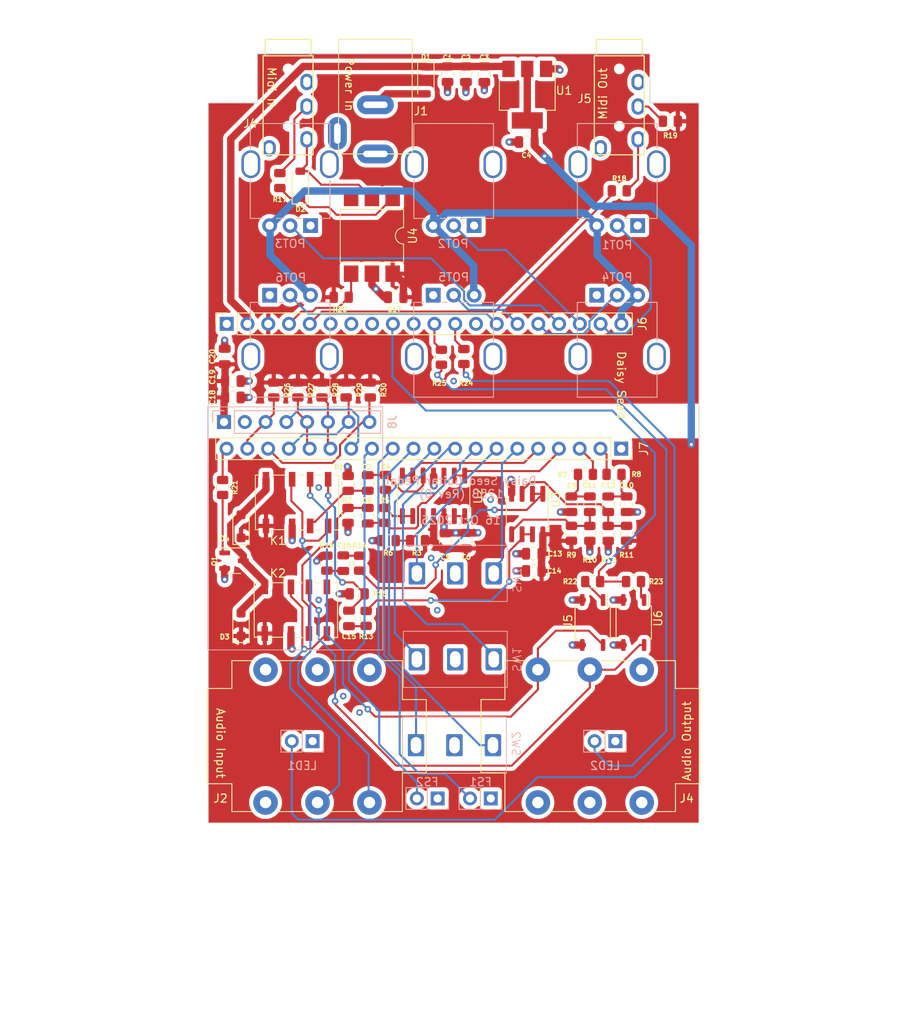
<source format=kicad_pcb>
(kicad_pcb (version 20241229) (generator "pcbnew") (generator_version "9.0")
  (layers (0 "F.Cu" signal) (4 "In1.Cu" signal) (6 "In2.Cu" signal) (2 "B.Cu" signal) (13 "F.Paste" user) (15 "B.Paste" user) (5 "F.SilkS" user "F.Silkscreen") (7 "B.SilkS" user "B.Silkscreen") (1 "F.Mask" user) (3 "B.Mask" user) (25 "Edge.Cuts" user))
  (net 0 "")
  (net 2 "GND")
  (net 3 "AUDIO_OUT_JACK_RIGHT")
  (net 4 "POWER_JACK_PWR")
  (net 5 "POT_3")
  (net 6 "POT_2")
  (net 7 "POT_1")
  (net 8 "LEVER_2_RIGHT")
  (net 9 "LEVER_2_LEFT")
  (net 11 "POT_4")
  (net 12 "POT_5")
  (net 13 "POT_6")
  (net 16 "Net-(C16-Pad1)")
  (net 17 "MIDI_OUT_JACK_PIN5")
  (net 18 "MIDI_OUT_JACK_PIN4")
  (net 19 "MIDI_OUT")
  (net 20 "MIDI_IN_JACK_PIN5")
  (net 21 "MIDI_IN_JACK_PIN4")
  (net 22 "MIDI_IN")
  (net 23 "LED_2")
  (net 24 "LED_1")
  (net 25 "FOOT_SWITCH_2")
  (net 26 "FOOT_SWITCH_1")
  (net 27 "DISABLE_AUDIO_BYPASS")
  (net 28 "BYPASS_RIGHT_SEND")
  (net 29 "BYPASS_RIGHT_RETURN")
  (net 30 "BYPASS_LEFT_SEND")
  (net 31 "BYPASS_LEFT_RETURN")
  (net 32 "ENABLE_AUDIO_MUTE")
  (net 33 "AUDIO_OUT_BUFFER_RIGHT")
  (net 34 "AUDIO_OUT_BUFFER_LEFT")
  (net 35 "AUDIO_IN_JACK_RIGHT")
  (net 36 "AUDIO_IN_JACK_LEFT")
  (net 37 "AUDIO_IN_BUFFER_RIGHT")
  (net 38 "AUDIO_IN_BUFFER_LEFT")
  (net 39 "/Audio Input Buffer/V_AUDIOBIAS")
  (net 40 "+9V")
  (net 41 "+5V")
  (net 42 "+3.3VA")
  (net 43 "+3.3V")
  (net 46 "AUDIO_OUT_JACK_LEFT")
  (net 47 "Net-(D2-K)")
  (net 48 "Net-(D3-A)")
  (net 49 "Net-(LED1-A)")
  (net 50 "Net-(LED2-A)")
  (net 51 "Net-(Q1-B)")
  (net 52 "Net-(U3A-+)")
  (net 53 "Net-(U3B--)")
  (net 54 "Net-(C15-Pad1)")
  (net 55 "Net-(C11-Pad2)")
  (net 56 "Net-(U2D-+)")
  (net 57 "Net-(U2C-+)")
  (net 58 "Net-(C10-Pad1)")
  (net 59 "Net-(U3B-+)")
  (net 61 "Net-(U2A-+)")
  (net 62 "Net-(U3A--)")
  (net 63 "Net-(R22-Pad2)")
  (net 64 "Net-(R23-Pad2)")
  (net 65 "Net-(U2B--)")
  (net 67 "LEVER_1_LEFT")
  (net 68 "LEVER_1_RIGHT")
  (net 69 "SD_D0")
  (net 70 "SD_D2")
  (net 71 "SD_D1")
  (net 72 "SD_D3")
  (net 73 "SD_CMD")
  (net 74 "SD_CLK")
  (net 75 "LEVER_3_RIGHT")
  (net 76 "LEVER_3_LEFT")
  (footprint "GuitarPedal125B:SOP-6_2.54mm" (layer "F.Cu") (at 132 63.25 -90)
    (property "Reference" "U4")
    (property "Value" "H11L1")
  )
  (footprint "Resistor_SMD:R_0805_2012Metric" (layer "F.Cu") (at 131.8 82.0875 -90)
    (property "Reference" "R30")
    (property "Value" "47K")
  )
  (footprint "Resistor_SMD:R_0805_2012Metric" (layer "F.Cu") (at 120 82.0875 -90)
    (property "Reference" "R26")
    (property "Value" "47K")
  )
  (footprint "Resistor_SMD:R_0805_2012Metric" (layer "F.Cu") (at 128.25 70.75)
    (property "Reference" "R20")
    (property "Value" "470R")
  )
  (footprint "GuitarPedal125B:PinSocket1x20_P2.54mm_Vertical_JLCPCB" (layer "F.Cu") (at 138.36 89.26 180)
    (property "Reference" "J7")
    (property "Value" "Conn_01x20_Socket")
  )
  (footprint "Resistor_SMD:R_0805_2012Metric" (layer "F.Cu") (at 163.15 99.6 90)
    (property "Reference" "R11")
    (property "Value" "2M")
  )
  (footprint "Resistor_SMD:R_0805_2012Metric" (layer "F.Cu") (at 122.95 82.0875 -90)
    (property "Reference" "R27")
    (property "Value" "47K")
  )
  (footprint "GuitarPedal125B:PJ-320A" (layer "F.Cu") (at 162.25 48.516 -90)
    (property "Reference" "J5")
    (property "Value" "MIDI OUT JACK")
  )
  (footprint "Relay_SMD:Relay_DPDT_Omron_G6K-2G-Y" (layer "F.Cu") (at 122.7 109)
    (property "Reference" "K2")
    (property "Value" "G6K-2")
  )
  (footprint "GuitarPedal125B:PJ-320A" (layer "F.Cu") (at 121.75 48.516 -90)
    (property "Reference" "J3")
    (property "Value" "MIDI IN JACK")
  )
  (footprint "Package_SO:SOIC-8_3.9x4.9mm_P1.27mm" (layer "F.Cu") (at 151 97.25 -90)
    (property "Reference" "U3")
    (property "Value" "OPA1652AID")
  )
  (footprint "Resistor_SMD:R_0805_2012Metric" (layer "F.Cu") (at 129.1025 93.5 90)
    (property "Reference" "R1")
    (property "Value" "2M")
  )
  (footprint "Package_SO:SOIC-14_3.9x8.7mm_P1.27mm" (layer "F.Cu") (at 139.54 95.025 90)
    (property "Reference" "U2")
    (property "Value" "MCP6004")
  )
  (footprint "Capacitor_SMD:C_0805_2012Metric" (layer "F.Cu") (at 115 83)
    (property "Reference" "C18")
    (property "Value" "100NF")
  )
  (footprint "Resistor_SMD:R_0805_2012Metric" (layer "F.Cu") (at 130.5 103.25 90)
    (property "Reference" "R14")
    (property "Value" "100R")
  )
  (footprint "Connector_Audio:Jack_6.35mm_Neutrik_NMJ6HCD2_Horizontal" (layer "F.Cu") (at 152.3 116.27)
    (property "Reference" "J4")
    (property "Value" "AUDIO_OUT_TRS")
  )
  (footprint "Capacitor_SMD:C_0805_2012Metric" (layer "F.Cu") (at 163.15 96.05 -90)
    (property "Reference" "C10")
    (property "Value" "2.2NF")
  )
  (footprint "Relay_SMD:Relay_DPDT_Omron_G6K-2G-Y" (layer "F.Cu") (at 122.85 95.85)
    (property "Reference" "K1")
    (property "Value" "G6K-2")
  )
  (footprint "Resistor_SMD:R_0805_2012Metric" (layer "F.Cu") (at 162.25 57.75 180)
    (property "Reference" "R18")
    (property "Value" "10R")
  )
  (footprint "Capacitor_SMD:C_0805_2012Metric" (layer "F.Cu") (at 141.25 43.5 -90)
    (property "Reference" "C1")
    (property "Value" "10UF")
  )
  (footprint "Resistor_SMD:R_0805_2012Metric" (layer "F.Cu") (at 164 105.5)
    (property "Reference" "R23")
    (property "Value" "1K")
  )
  (footprint "Diode_SMD:D_SOD-123F" (layer "F.Cu") (at 116 110.75 90)
    (property "Reference" "D3")
    (property "Value" "1N4007")
  )
  (footprint "Resistor_SMD:R_0805_2012Metric" (layer "F.Cu") (at 129.079626 97.4125 -90)
    (property "Reference" "R2")
    (property "Value" "2M")
  )
  (footprint "GuitarPedal125B:PinSocket1x20_P2.54mm_Vertical_JLCPCB" (layer "F.Cu") (at 138.38 74.01)
    (property "Reference" "J6")
    (property "Value" "Conn_01x20_Socket")
  )
  (footprint "Resistor_SMD:R_0805_2012Metric" (layer "F.Cu") (at 158.1125 92.4 180)
    (property "Reference" "R7")
    (property "Value" "3.3K")
  )
  (footprint "Capacitor_SMD:C_0805_2012Metric" (layer "F.Cu") (at 131.5 97.45 -90)
    (property "Reference" "C8")
    (property "Value" "10UF")
  )
  (footprint "Capacitor_SMD:C_0805_2012Metric" (layer "F.Cu") (at 151.8 104.2 180)
    (property "Reference" "C14")
    (property "Value" "100NF")
  )
  (footprint "Capacitor_SMD:C_0805_2012Metric" (layer "F.Cu") (at 115 81)
    (property "Reference" "C19")
    (property "Value" "1UF")
  )
  (footprint "Capacitor_SMD:C_0805_2012Metric" (layer "F.Cu") (at 151.8 102.1 180)
    (property "Reference" "C13")
    (property "Value" "100NF")
  )
  (footprint "Resistor_SMD:R_0805_2012Metric" (layer "F.Cu") (at 131.3 110 -90)
    (property "Reference" "R13")
    (property "Value" "100R")
  )
  (footprint "Package_SO:SOP-4_3.8x4.1mm_P2.54mm" (layer "F.Cu") (at 159 110.5 -90)
    (property "Reference" "U5")
    (property "Value" "CPC1018N")
  )
  (footprint "Resistor_SMD:R_0805_2012Metric" (layer "F.Cu") (at 160.9 99.6125 -90)
    (property "Reference" "R12")
    (property "Value" "2M")
  )
  (footprint "Capacitor_SMD:C_0805_2012Metric" (layer "F.Cu") (at 145.75 43.5 -90)
    (property "Reference" "C3")
    (property "Value" "100NF")
  )
  (footprint "Capacitor_SMD:C_0805_2012Metric" (layer "F.Cu") (at 131.5 93.45 90)
    (property "Reference" "C7")
    (property "Value" "10UF")
  )
  (footprint "Capacitor_SMD:C_0805_2012Metric" (layer "F.Cu") (at 160.9 96.05 90)
    (property "Reference" "C12")
    (property "Value" "10UF")
  )
  (footprint "Resistor_SMD:R_0805_2012Metric" (layer "F.Cu") (at 159 105.5 180)
    (property "Reference" "R22")
    (property "Value" "1K")
  )
  (footprint "Resistor_SMD:R_0805_2012Metric" (layer "F.Cu") (at 137.5875 100.5 180)
    (property "Reference" "R3")
    (property "Value" "100K")
  )
  (footprint "Capacitor_SMD:C_0805_2012Metric" (layer "F.Cu") (at 150.95 51.79 180)
    (property "Reference" "C4")
    (property "Value" "10UF")
  )
  (footprint "Package_SO:SOP-4_3.8x4.1mm_P2.54mm" (layer "F.Cu") (at 164.02 110.5 -90)
    (property "Reference" "U6")
    (property "Value" "CPC1018N")
  )
  (footprint "Capacitor_SMD:C_0805_2012Metric" (layer "F.Cu") (at 143.5 43.5 -90)
    (property "Reference" "C2")
    (property "Value" "100NF")
  )
  (footprint "Diode_SMD:D_SOD-123" (layer "F.Cu") (at 123.25 57 90)
    (property "Reference" "D2")
    (property "Value" "1N4148")
  )
  (footprint "Connector_Audio:Jack_6.35mm_Neutrik_NMJ6HCD2_Horizontal" (layer "F.Cu") (at 131.7 132.5 180)
    (property "Reference" "J2")
    (property "Value" "AUDIO_IN_TRS")
  )
  (footprint "Package_TO_SOT_SMD:SOT-223-3_TabPin2" (layer "F.Cu") (at 151 46 -90)
    (property "Reference" "U1")
    (property "Value" "LD1117S50TR_SOT223")
  )
  (footprint "Capacitor_SMD:C_0805_2012Metric" (layer "F.Cu") (at 143.5 100.5 90)
    (property "Reference" "C6")
    (property "Value" "100NF")
  )
  (footprint "Resistor_SMD:R_0805_2012Metric" (layer "F.Cu") (at 128.85 82.0875 -90)
    (property "Reference" "R29")
    (property "Value" "47K")
  )
  (footprint "Diode_SMD:D_SOD-123F" (layer "F.Cu") (at 116 98.75 90)
    (property "Reference" "D4")
    (property "Value" "1N4007")
  )
  (footprint "Resistor_SMD:R_0805_2012Metric" (layer "F.Cu") (at 120.75 56.5 -90)
    (property "Reference" "R17")
    (property "Value" "220R")
  )
  (footprint "Capacitor_SMD:C_0805_2012Metric" (layer "F.Cu") (at 158.65 96.05 90)
    (property "Reference" "C11")
    (property "Value" "10UF")
  )
  (footprint "Capacitor_SMD:C_0805_2012Metric" (layer "F.Cu") (at 156.4 96.05 -90)
    (property "Reference" "C9")
    (property "Value" "2.2NF")
  )
  (footprint "Resistor_SMD:R_0805_2012Metric" (layer "F.Cu") (at 133.579626 97.4125 -90)
    (property "Reference" "R5")
    (property "Value" "2M")
  )
  (footprint "Capacitor_SMD:C_0805_2012Metric" (layer "F.Cu") (at 128.5 103.25 -90)
    (property "Reference" "C16")
    (property "Value" "10UF")
  )
  (footprint "Capacitor_SMD:C_0805_2012Metric" (layer "F.Cu") (at 134.91 70.75 180)
    (property "Reference" "C17")
    (property "Value" "100NF")
  )
  (footprint "Capacitor_SMD:C_0805_2012Metric" (layer "F.Cu") (at 129.2 110 90)
    (property "Reference" "C15")
    (property "Value" "10UF")
  )
  (footprint "Resistor_SMD:R_0805_2012Metric" (layer "F.Cu") (at 158.65 99.6125 -90)
    (property "Reference" "R10")
    (property "Value" "2M")
  )
  (footprint "Capacitor_SMD:C_0805_2012Metric" (layer "F.Cu") (at 114 78 90)
    (property "Reference" "C20")
    (property "Value" "10UF")
  )
  (footprint "Resistor_SMD:R_0805_2012Metric" (layer "F.Cu") (at 134 100.5 180)
    (property "Reference" "R6")
    (property "Value" "100K")
  )
  (footprint "Resistor_SMD:R_0805_2012Metric" (layer "F.Cu") (at 113.75 94 -90)
    (property "Reference" "R21")
    (property "Value" "1K")
  )
  (footprint "GuitarPedal125B:Generic_PowerJack" (layer "F.Cu") (at 130.244 50.24 -90)
    (property "Reference" "J1")
    (property "Value" "Barrel_Jack_Switch")
  )
  (footprint "Resistor_SMD:R_0805_2012Metric" (layer "F.Cu") (at 140.5 78.0875 90)
    (property "Reference" "R25")
    (property "Value" "1K")
  )
  (footprint "Resistor_SMD:R_0805_2012Metric" (layer "F.Cu") (at 130.2 107 180)
    (property "Reference" "R15")
    (property "Value" "2M")
  )
  (footprint "Resistor_SMD:R_0805_2012Metric" (layer "F.Cu") (at 168.5 49.25)
    (property "Reference" "R19")
    (property "Value" "33R")
  )
  (footprint "Resistor_SMD:R_0805_2012Metric" (layer "F.Cu") (at 126.5 103.25 90)
    (property "Reference" "R16")
    (property "Value" "2M")
  )
  (footprint "Capacitor_SMD:C_0805_2012Metric" (layer "F.Cu") (at 141 100.55 90)
    (property "Reference" "C5")
    (property "Value" "100NF")
  )
  (footprint "Resistor_SMD:R_0805_2012Metric" (layer "F.Cu") (at 125.9 82.0875 -90)
    (property "Reference" "R28")
    (property "Value" "47K")
  )
  (footprint "Resistor_SMD:R_0805_2012Metric" (layer "F.Cu") (at 143.25 78 90)
    (property "Reference" "R24")
    (property "Value" "1K")
  )
  (footprint "Resistor_SMD:R_0805_2012Metric" (layer "F.Cu") (at 133.67 93.38 90)
    (property "Reference" "R4")
    (property "Value" "2M")
  )
  (footprint "Resistor_SMD:R_0805_2012Metric" (layer "F.Cu") (at 156.4 99.6 90)
    (property "Reference" "R9")
    (property "Value" "2M")
  )
  (footprint "Diode_SMD:D_SOD-123" (layer "F.Cu") (at 138.6 44.25 -90)
    (property "Reference" "D1")
    (property "Value" "1N5817")
  )
  (footprint "Package_TO_SOT_SMD:SOT-23-3" (layer "F.Cu") (at 115.1375 102.95)
    (property "Reference" "Q1")
    (property "Value" "SS8050")
  )
  (footprint "Resistor_SMD:R_0805_2012Metric" (layer "F.Cu") (at 161.6125 92.4)
    (property "Reference" "R8")
    (property "Value" "3.3K")
  )
  (footprint "GuitarPedal125B:Potentiometer_Bourns_PRS11R" (layer "B.Cu") (at 139.5 70.5 -90)
    (property "Reference" "POT5")
    (property "Value" "10K")
  )
  (footprint "MyFootprints:MTS-103" (layer "B.Cu") (at 142.1 131 180)
    (property "Reference" "SW2")
    (property "Value" "SW_SPDT_MSM")
  )
  (footprint "Connector_PinHeader_2.54mm:PinHeader_1x02_P2.54mm_Vertical" (layer "B.Cu") (at 146.54 132 90)
    (property "Reference" "FS1")
    (property "Value" "Foot_Switch_1")
  )
  (footprint "GuitarPedal125B:Potentiometer_Bourns_PRS11R" (layer "B.Cu") (at 124.5 62 90)
    (property "Reference" "POT3")
    (property "Value" "10K")
  )
  (footprint "Connector_PinHeader_2.54mm:PinHeader_1x02_P2.54mm_Vertical" (layer "B.Cu") (at 124.75 125 90)
    (property "Reference" "LED1")
    (property "Value" "LED_1")
  )
  (footprint "Connector_PinHeader_2.54mm:PinHeader_1x08_P2.54mm_Vertical" (layer "B.Cu") (at 113.92 86 -90)
    (property "Reference" "J8")
    (property "Value" "Conn_01x08_Socket")
  )
  (footprint "GuitarPedal125B:Potentiometer_Bourns_PRS11R" (layer "B.Cu") (at 164.5 62 90)
    (property "Reference" "POT1")
    (property "Value" "10K")
  )
  (footprint "GuitarPedal125B:Potentiometer_Bourns_PRS11R" (layer "B.Cu") (at 144.5 62 90)
    (property "Reference" "POT2")
    (property "Value" "10K")
  )
  (footprint "GuitarPedal125B:Potentiometer_Bourns_PRS11R" (layer "B.Cu") (at 119.5 70.5 -90)
    (property "Reference" "POT6")
    (property "Value" "10K")
  )
  (footprint "Connector_PinHeader_2.54mm:PinHeader_1x02_P2.54mm_Vertical" (layer "B.Cu") (at 161.775 125 90)
    (property "Reference" "LED2")
    (property "Value" "LED_2")
  )
  (footprint "GuitarPedal125B:Potentiometer_Bourns_PRS11R" (layer "B.Cu") (at 159.5 70.5 -90)
    (property "Reference" "POT4")
    (property "Value" "10K")
  )
  (footprint "MyFootprints:MTS-103" (layer "B.Cu") (at 142.2 110 180)
    (property "Reference" "SW3")
    (property "Value" "SW_SPDT_MSM")
  )
  (footprint "MyFootprints:MTS-103" (layer "B.Cu") (at 142.2 120.5 180)
    (property "Reference" "SW1")
    (property "Value" "SW_SPDT_MSM")
  )
  (footprint "Connector_PinHeader_2.54mm:PinHeader_1x02_P2.54mm_Vertical" (layer "B.Cu") (at 140.04 132 90)
    (property "Reference" "FS2")
    (property "Value" "Foot_Switch_2")
  )
  (gr_poly (pts (xy 166 47) (xy 172 47) (xy 172 135) (xy 112 135) (xy 112 47) (xy 118 47) (xy 118 41) (xy 166 41)) (stroke (width 0.1)) (fill no) (layer "Edge.Cuts"))
  (gr_text "Midi In" (at 119.75 45.2 270) (layer "F.SilkS") (effects (font (size 1 1))))
  (gr_text "J5" (at 158 46.5 0) (layer "F.SilkS") (effects (font (size 1 1))))
  (gr_text "Audio Output" (at 170.5 125 90) (layer "F.SilkS") (effects (font (size 1 1))))
  (gr_text "J4" (at 117.13 49.53 0) (layer "F.SilkS") (effects (font (size 1 1))))
  (gr_text "Midi Out\n" (at 160.25 45.9 90) (layer "F.SilkS") (effects (font (size 1 1))))
  (gr_text "Daisy Seed" (at 162.5 81.5 270) (layer "F.SilkS") (effects (font (size 1 1))))
  (gr_text "Power In" (at 129.25 44.75 270) (layer "F.SilkS") (effects (font (size 1 1))))
  (gr_text "Audio Input" (at 113.5 125.25 270) (layer "F.SilkS") (effects (font (size 1 1))))
  (gr_text "Daisy Seed Guitar Pedal\n125B (Rev 0)\n\n16 Oct 2025" (at 142.9 95.6 0) (layer "B.SilkS") (effects (font (size 1 1)) (justify mirror)))
  (segment (start 149.095 94.775) (end 149.095 93.095) (width 0.9) (layer "F.Cu") (net 2))
  (segment (start 133.5 70.75) (end 132.5 69.75) (width 0.9) (layer "F.Cu") (net 2))
  (segment (start 114 77.05) (end 114 76) (width 0.9) (layer "F.Cu") (net 2))
  (segment (start 133.0875 100.5) (end 132 100.5) (width 0.9) (layer "F.Cu") (net 2))
  (segment (start 157.73 107.75) (end 156.5 107.75) (width 0.9) (layer "F.Cu") (net 2))
  (segment (start 126.5 102.3375) (end 125.9125 102.3375) (width 0.9) (layer "F.Cu") (net 2))
  (segment (start 132 67.875) (end 132 69.25) (width 0.9) (layer "F.Cu") (net 2))
  (segment (start 143.5 44.45) (end 143.5 45.75) (width 0.9) (layer "F.Cu") (net 2))
  (segment (start 115.95 81) (end 117 81) (width 0.9) (layer "F.Cu") (net 2))
  (segment (start 129.1025 92.5875) (end 129.1025 91.536751) (width 0.9) (layer "F.Cu") (net 2))
  (segment (start 133.96 70.75) (end 133.5 70.75) (width 0.9) (layer "F.Cu") (net 2))
  (segment (start 122.25 100.5) (end 122.25 98.7) (width 0.9) (layer "F.Cu") (net 2))
  (segment (start 122.1 111.85) (end 122.1 113.6) (width 0.9) (layer "F.Cu") (net 2))
  (segment (start 139.5625 92.5725) (end 139.54 92.55) (width 0.9) (layer "F.Cu") (net 2))
  (segment (start 162.73 113.25) (end 161.5 113.25) (width 0.9) (layer "F.Cu") (net 2))
  (segment (start 129.1025 91.536751) (end 129 91.434251) (width 0.9) (layer "F.Cu") (net 2))
  (segment (start 139.5625 93.7625) (end 139.5625 92.5725) (width 0.9) (layer "F.Cu") (net 2))
  (segment (start 143.5 99.55) (end 144.95 99.55) (width 0.9) (layer "F.Cu") (net 2))
  (segment (start 115.95 83) (end 117 83) (width 0.9) (layer "F.Cu") (net 2))
  (segment (start 140.81 98.8) (end 140.81 97.5) (width 0.9) (layer "F.Cu") (net 2))
  (segment (start 154.85 42.85) (end 155 43) (width 0.9) (layer "F.Cu") (net 2))
  (segment (start 141 99.55) (end 143 99.55) (width 0.9) (layer "F.Cu") (net 2))
  (segment (start 141.25 44.45) (end 141.25 45.75) (width 0.9) (layer "F.Cu") (net 2))
  (segment (start 132 69.25) (end 132.5 69.75) (width 0.9) (layer "F.Cu") (net 2))
  (segment (start 125.9125 102.3375) (end 125.25 103) (width 0.9) (layer "F.Cu") (net 2))
  (segment (start 153.3 42.85) (end 154.85 42.85) (width 0.9) (layer "F.Cu") (net 2))
  (segment (start 129.2875 107) (end 128 107) (width 0.9) (layer "F.Cu") (net 2))
  (segment (start 145.75 44.45) (end 145.75 45.5) (width 0.9) (layer "F.Cu") (net 2))
  (segment (start 150.85 104.2) (end 149.6 104.2) (width 0.9) (layer "F.Cu") (net 2))
  (segment (start 162.73 107.75) (end 161.5 107.75) (width 0.9) (layer "F.Cu") (net 2))
  (segment (start 149.095 93.095) (end 149 93) (width 0.9) (layer "F.Cu") (net 2))
  (segment (start 139.6 93.8) (end 139.5625 93.7625) (width 0.9) (layer "F.Cu") (net 2))
  (segment (start 150.85 102.1) (end 149.6 102.1) (width 0.9) (layer "F.Cu") (net 2))
  (segment (start 144.45 99.55) (end 144.5 99.5) (width 0.9) (layer "F.Cu") (net 2))
  (segment (start 122.1 113.6) (end 122.25 113.75) (width 0.9) (layer "F.Cu") (net 2))
  (segment (start 129.079626 99.5) (end 129.079626 98.325) (width 0.9) (layer "F.Cu") (net 2))
  (segment (start 129.117126 98.140749) (end 129.079626 98.178249) (width 0.25) (layer "F.Cu") (net 2))
  (segment (start 156.4 97) (end 155.05 97) (width 0.9) (layer "F.Cu") (net 2))
  (segment (start 140.81 99.36) (end 141 99.55) (width 0.9) (layer "F.Cu") (net 2))
  (segment (start 163.15 97) (end 164.5 97) (width 0.9) (layer "F.Cu") (net 2))
  (segment (start 160.9 100.525) (end 160.9 101.9) (width 0.9) (layer "F.Cu") (net 2))
  (segment (start 140.81 97.5) (end 140.81 99.36) (width 0.9) (layer "F.Cu") (net 2))
  (segment (start 114 103.9) (end 114 105.25) (width 0.9) (layer "F.Cu") (net 2))
  (segment (start 150 51.79) (end 148.78 51.79) (width 0.9) (layer "F.Cu") (net 2))
  (segment (start 157.73 113.25) (end 156.5 113.25) (width 0.9) (layer "F.Cu") (net 2))
  (segment (start 158.65 100.525) (end 158.65 101.9) (width 0.9) (layer "F.Cu") (net 2))
  (via (at 156.5 107.75) (size 0.8) (drill 0.4) (layers "F.Cu" "B.Cu") (net 2))
  (via (at 139.245298 102.617947) (size 0.8) (drill 0.4) (layers "F.Cu" "B.Cu") (net 2))
  (via (at 125.25 103) (size 0.8) (drill 0.4) (layers "F.Cu" "B.Cu") (net 2))
  (via (at 128 107) (size 0.8) (drill 0.4) (layers "F.Cu" "B.Cu") (net 2))
  (via (at 156.5 113.25) (size 0.8) (drill 0.4) (layers "F.Cu" "B.Cu") (net 2))
  (via (at 148.78 51.79) (size 0.8) (drill 0.4) (layers "F.Cu" "B.Cu") (net 2))
  (via (at 145 99.5) (size 0.8) (drill 0.4) (layers "F.Cu" "B.Cu") (net 2))
  (via (at 149 93) (size 0.8) (drill 0.4) (layers "F.Cu" "B.Cu") (net 2))
  (via (at 155.05 97) (size 0.8) (drill 0.4) (layers "F.Cu" "B.Cu") (net 2))
  (via (at 149.6 104.2) (size 0.8) (drill 0.4) (layers "F.Cu" "B.Cu") (net 2))
  (via (at 142 81) (size 0.8) (drill 0.4) (layers "F.Cu" "B.Cu") (net 2))
  (via (at 125.5 94) (size 0.8) (drill 0.4) (layers "F.Cu" "B.Cu") (net 2))
  (via (at 161.5 113.25) (size 0.8) (drill 0.4) (layers "F.Cu" "B.Cu") (net 2))
  (via (at 140.81 98.8) (size 0.8) (drill 0.4) (layers "F.Cu" "B.Cu") (net 2))
  (via (at 117 81) (size 0.8) (drill 0.4) (layers "F.Cu" "B.Cu") (net 2))
  (via (at 129.079626 99.5) (size 0.8) (drill 0.4) (layers "F.Cu" "B.Cu") (net 2))
  (via (at 132 100.5) (size 0.8) (drill 0.4) (layers "F.Cu" "B.Cu") (net 2))
  (via (at 161.5 107.75) (size 0.8) (drill 0.4) (layers "F.Cu" "B.Cu") (net 2))
  (via (at 122.25 113.75) (size 0.8) (drill 0.4) (layers "F.Cu" "B.Cu") (net 2))
  (via (at 142.25 99.55) (size 0.8) (drill 0.4) (layers "F.Cu" "B.Cu") (net 2))
  (via (at 164.5 97) (size 0.8) (drill 0.4) (layers "F.Cu" "B.Cu") (net 2))
  (via (at 160.9 101.9) (size 0.8) (drill 0.4) (layers "F.Cu" "B.Cu") (net 2))
  (via (at 155 43) (size 0.8) (drill 0.4) (layers "F.Cu" "B.Cu") (net 2))
  (via (at 114 76) (size 0.8) (drill 0.4) (layers "F.Cu" "B.Cu") (net 2))
  (via (at 117 83) (size 0.8) (drill 0.4) (layers "F.Cu" "B.Cu") (net 2))
  (via (at 114 105.25) (size 0.8) (drill 0.4) (layers "F.Cu" "B.Cu") (net 2))
  (via (at 122.25 100.5) (size 0.8) (drill 0.4) (layers "F.Cu" "B.Cu") (net 2))
  (via (at 141.25 45.75) (size 0.8) (drill 0.4) (layers "F.Cu" "B.Cu") (net 2))
  (via (at 146.5 95.5) (size 0.8) (drill 0.4) (layers "F.Cu" "B.Cu") (net 2))
  (via (at 128.5 119.5) (size 0.8) (drill 0.4) (layers "F.Cu" "B.Cu") (net 2))
  (via (at 129 91.434251) (size 0.8) (drill 0.4) (layers "F.Cu" "B.Cu") (net 2))
  (via (at 132.5 69.75) (size 0.8) (drill 0.4) (layers "F.Cu" "B.Cu") (net 2))
  (via (at 140 109) (size 0.8) (drill 0.4) (layers "F.Cu" "B.Cu") (net 2))
  (via (at 145.75 45.5) (size 0.8) (drill 0.4) (layers "F.Cu" "B.Cu") (net 2))
  (via (at 149.6 102.1) (size 0.8) (drill 0.4) (layers "F.Cu" "B.Cu") (net 2))
  (via (at 125.5 107.75) (size 0.8) (drill 0.4) (layers "F.Cu" "B.Cu") (net 2))
  (via (at 139.6 93.8) (size 0.8) (drill 0.4) (layers "F.Cu" "B.Cu") (net 2))
  (via (at 158.65 101.9) (size 0.8) (drill 0.4) (layers "F.Cu" "B.Cu") (net 2))
  (via (at 143.5 45.75) (size 0.8) (drill 0.4) (layers "F.Cu" "B.Cu") (net 2))
  (via (at 130.5 121.5) (size 0.8) (drill 0.4) (layers "F.Cu" "B.Cu") (net 2))
  (segment (start 161.73 116.27) (end 164.75 113.25) (width 0.25) (layer "F.Cu") (net 3))
  (segment (start 127.5 120.5) (end 135 128) (width 0.25) (layer "F.Cu") (net 3))
  (segment (start 125.5 109) (end 124.3 107.8) (width 0.25) (layer "F.Cu") (net 3))
  (segment (start 127.5 120.1) (end 127.5 120.5) (width 0.25) (layer "F.Cu") (net 3))
  (segment (start 124.3 107.8) (end 124.3 106.15) (width 0.25) (layer "F.Cu") (net 3))
  (segment (start 158.65 118.45) (end 158.65 116.27) (width 0.25) (layer "F.Cu") (net 3))
  (segment (start 158.65 116.27) (end 161.73 116.27) (width 0.25) (layer "F.Cu") (net 3))
  (segment (start 164.75 113.25) (end 165.29 113.25) (width 0.25) (layer "F.Cu") (net 3))
  (segment (start 149.1 128) (end 158.65 118.45) (width 0.25) (layer "F.Cu") (net 3))
  (segment (start 135 128) (end 149.1 128) (width 0.25) (layer "F.Cu") (net 3))
  (via (at 125.5 109) (size 0.8) (drill 0.4) (layers "F.Cu" "B.Cu") (net 3))
  (via (at 127.5 120.1) (size 0.8) (drill 0.4) (layers "F.Cu" "B.Cu") (net 3))
  (segment (start 125.5 112.5) (end 125.5 109) (width 0.25) (layer "B.Cu") (net 3))
  (segment (start 127.5 114.5) (end 125.5 112.5) (width 0.25) (layer "B.Cu") (net 3))
  (segment (start 127.5 120.1) (end 127.5 114.5) (width 0.25) (layer "B.Cu") (net 3))
  (segment (start 133.7875 45.9) (end 132.4375 47.25) (width 0.9) (layer "F.Cu") (net 4))
  (segment (start 138.6 45.9) (end 133.7875 45.9) (width 0.9) (layer "F.Cu") (net 4))
  (segment (start 143.967588 71.75) (end 143.275 71.057412) (width 0.25) (layer "B.Cu") (net 5))
  (segment (start 152.63 71.75) (end 143.967588 71.75) (width 0.25) (layer "B.Cu") (net 5))
  (segment (start 126.05 66) (end 122.05 62) (width 0.25) (layer "B.Cu") (net 5))
  (segment (start 139.232412 66) (end 126.05 66) (width 0.25) (layer "B.Cu") (net 5))
  (segment (start 143.275 70.042588) (end 139.232412 66) (width 0.25) (layer "B.Cu") (net 5))
  (segment (start 154.89 74.01) (end 152.63 71.75) (width 0.25) (layer "B.Cu") (net 5))
  (segment (start 143.275 71.057412) (end 143.275 70.042588) (width 0.25) (layer "B.Cu") (net 5))
  (segment (start 148.394696 64.974696) (end 157.43 74.01) (width 0.25) (layer "B.Cu") (net 6))
  (segment (start 145.024696 64.974696) (end 148.394696 64.974696) (width 0.25) (layer "B.Cu") (net 6))
  (segment (start 142.05 62) (end 145.024696 64.974696) (width 0.25) (layer "B.Cu") (net 6))
  (segment (start 166.1 66.05) (end 166.1 72.15) (width 0.25) (layer "B.Cu") (net 7))
  (segment (start 163.065 75.185) (end 161.145 75.185) (width 0.25) (layer "B.Cu") (net 7))
  (segment (start 161.145 75.185) (end 159.97 74.01) (width 0.25) (layer "B.Cu") (net 7))
  (segment (start 166.1 72.15) (end 163.065 75.185) (width 0.25) (layer "B.Cu") (net 7))
  (segment (start 162.05 62) (end 166.1 66.05) (width 0.25) (layer "B.Cu") (net 7))
  (segment (start 133.5 114.5) (end 137.4 118.4) (width 0.25) (layer "B.Cu") (net 8))
  (segment (start 133.5 92.85) (end 133.5 114.5) (width 0.25) (layer "B.Cu") (net 8))
  (segment (start 137.4 118.4) (end 137.4 125.5) (width 0.25) (layer "B.Cu") (net 8))
  (segment (start 137.09 89.26) (end 133.5 92.85) (width 0.25) (layer "B.Cu") (net 8))
  (segment (start 134.1 94.79) (end 134.1 114.4) (width 0.25) (layer "B.Cu") (net 9))
  (segment (start 145.2 125.5) (end 146.8 125.5) (width 0.25) (layer "B.Cu") (net 9))
  (segment (start 139.63 89.26) (end 134.1 94.79) (width 0.25) (layer "B.Cu") (net 9))
  (segment (start 134.1 114.4) (end 145.2 125.5) (width 0.25) (layer "B.Cu") (net 9))
  (segment (start 158.605 74.496701) (end 157.851701 75.25) (width 0.25) (layer "B.Cu") (net 11))
  (segment (start 153.59 75.25) (end 152.35 74.01) (width 0.25) (layer "B.Cu") (net 11))
  (segment (start 161.95 70.5) (end 161.75 70.5) (width 0.25) (layer "B.Cu") (net 11))
  (segment (start 162 70.5) (end 161.805 70.5) (width 0.25) (layer "B.Cu") (net 11))
  (segment (start 158.605 73.7) (end 158.605 74.496701) (width 0.25) (layer "B.Cu") (net 11))
  (segment (start 161.805 70.5) (end 158.605 73.7) (width 0.25) (layer "B.Cu") (net 11))
  (segment (start 157.851701 75.25) (end 153.59 75.25) (width 0.25) (layer "B.Cu") (net 11))
  (segment (start 148.1 72.3) (end 149.81 74.01) (width 0.25) (layer "B.Cu") (net 12))
  (segment (start 143.75 72.3) (end 143.75 72.25) (width 0.25) (layer "B.Cu") (net 12))
  (segment (start 143.75 72.25) (end 142 70.5) (width 0.25) (layer "B.Cu") (net 12))
  (segment (start 143.75 72.3) (end 148.1 72.3) (width 0.25) (layer "B.Cu") (net 12))
  (segment (start 147.27 74.01) (end 146.01 72.75) (width 0.25) (layer "B.Cu") (net 13))
  (segment (start 124.2 72.75) (end 121.95 70.5) (width 0.25) (layer "B.Cu") (net 13))
  (segment (start 146.01 72.75) (end 124.2 72.75) (width 0.25) (layer "B.Cu") (net 13))
  (segment (start 128.5375 102.3375) (end 128.5 102.3) (width 0.25) (layer "F.Cu") (net 16))
  (segment (start 130.5 102.3375) (end 128.5375 102.3375) (width 0.25) (layer "F.Cu") (net 16))
  (segment (start 164.55 56.3625) (end 163.1625 57.75) (width 0.25) (layer "F.Cu") (net 17))
  (segment (start 164.55 51.45) (end 164.55 56.3625) (width 0.25) (layer "F.Cu") (net 17))
  (segment (start 165.7875 47.45) (end 164.55 47.45) (width 0.25) (layer "F.Cu") (net 18))
  (segment (start 167.5875 49.25) (end 165.7875 47.45) (width 0.25) (layer "F.Cu") (net 18))
  (segment (start 147.0525 72.5) (end 161.3375 58.215) (width 0.25) (layer "F.Cu") (net 19))
  (segment (start 125.92 72.5) (end 147.0525 72.5) (width 0.25) (layer "F.Cu") (net 19))
  (segment (start 161.3375 58.215) (end 161.3375 57.75) (width 0.25) (layer "F.Cu") (net 19))
  (segment (start 124.41 74.01) (end 125.92 72.5) (width 0.25) (layer "F.Cu") (net 19))
  (segment (start 124.155 55.35) (end 123.25 55.35) (width 0.25) (layer "F.Cu") (net 20))
  (segment (start 132 58.625) (end 130.375 57) (width 0.25) (layer "F.Cu") (net 20))
  (segment (start 123.25 55.35) (end 124.05 54.55) (width 0.25) (layer "F.Cu") (net 20))
  (segment (start 124.05 54.55) (end 124.05 51.45) (width 0.25) (layer "F.Cu") (net 20))
  (segment (start 130.375 57) (end 125.805 57) (width 0.25) (layer "F.Cu") (net 20))
  (segment (start 125.805 57) (end 124.155 55.35) (width 0.25) (layer "F.Cu") (net 20))
  (segment (start 120.75 55.5875) (end 122.525 53.8125) (width 0.25) (layer "F.Cu") (net 21))
  (segment (start 122.525 48.975) (end 124.05 47.45) (width 0.25) (layer "F.Cu") (net 21))
  (segment (start 122.525 53.8125) (end 122.525 48.975) (width 0.25) (layer "F.Cu") (net 21))
  (segment (start 123.38 72.5) (end 124.75 72.5) (width 0.25) (layer "F.Cu") (net 22))
  (segment (start 121.87 74.01) (end 123.38 72.5) (width 0.25) (layer "F.Cu") (net 22))
  (segment (start 129.46 70.4525) (end 129.1625 70.75) (width 0.25) (layer "F.Cu") (net 22))
  (segment (start 129.1625 70.75) (end 127.8625 72.05) (width 0.25) (layer "F.Cu") (net 22))
  (segment (start 129.46 67.875) (end 129.46 70.4525) (width 0.25) (layer "F.Cu") (net 22))
  (segment (start 127.8625 72.05) (end 125.2 72.05) (width 0.25) (layer "F.Cu") (net 22))
  (segment (start 124.75 72.5) (end 125.2 72.05) (width 0.25) (layer "F.Cu") (net 22))
  (segment (start 139.65 74.01) (end 139.65 76.325) (width 0.25) (layer "F.Cu") (net 23))
  (segment (start 139.65 76.325) (end 140.5 77.175) (width 0.25) (layer "F.Cu") (net 23))
  (segment (start 142.19 74.01) (end 142.19 76.0275) (width 0.25) (layer "F.Cu") (net 24))
  (segment (start 142.19 76.0275) (end 143.25 77.0875) (width 0.25) (layer "F.Cu") (net 24))
  (segment (start 131.1 112.9) (end 131.1 90.17) (width 0.25) (layer "B.Cu") (net 25))
  (segment (start 132.9 125.4) (end 132.9 121.3) (width 0.25) (layer "B.Cu") (net 25))
  (segment (start 129.2 114.8) (end 131.1 112.9) (width 0.25) (layer "B.Cu") (net 25))
  (segment (start 131.1 90.17) (end 132.01 89.26) (width 0.25) (layer "B.Cu") (net 25))
  (segment (start 137.5 130) (end 132.9 125.4) (width 0.25) (layer "B.Cu") (net 25))
  (segment (start 137.5 132) (end 137.5 130) (width 0.25) (layer "B.Cu") (net 25))
  (segment (start 129.2 117.6) (end 129.2 114.8) (width 0.25) (layer "B.Cu") (net 25))
  (segment (start 132.9 121.3) (end 129.2 117.6) (width 0.25) (layer "B.Cu") (net 25))
  (segment (start 135.4 117.1) (end 135.4 126.6) (width 0.25) (layer "B.Cu") (net 26))
  (segment (start 132.8 91.01) (end 132.8 114.5) (width 0.25) (layer "B.Cu") (net 26))
  (segment (start 141 129) (end 144 132) (width 0.25) (layer "B.Cu") (net 26))
  (segment (start 134.55 89.26) (end 132.8 91.01) (width 0.25) (layer "B.Cu") (net 26))
  (segment (start 132.8 114.5) (end 135.4 117.1) (width 0.25) (layer "B.Cu") (net 26))
  (segment (start 135.4 126.6) (end 137.8 129) (width 0.25) (layer "B.Cu") (net 26))
  (segment (start 137.8 129) (end 141 129) (width 0.25) (layer "B.Cu") (net 26))
  (segment (start 113.75 93.0875) (end 113.75 89.74) (width 0.25) (layer "F.Cu") (net 27))
  (segment (start 113.75 89.74) (end 114.23 89.26) (width 0.25) (layer "F.Cu") (net 27))
  (segment (start 123.5 107.75) (end 123.5 103.5) (width 0.25) (layer "F.Cu") (net 28))
  (segment (start 124.3 108.55) (end 123.5 107.75) (width 0.25) (layer "F.Cu") (net 28))
  (segment (start 124.3 111.85) (end 124.3 108.55) (width 0.25) (layer "F.Cu") (net 28))
  (segment (start 131.5 96.5) (end 129.079626 96.5) (width 0.25) (layer "F.Cu") (net 28))
  (segment (start 127.75 100.25) (end 127.75 97.829626) (width 0.25) (layer "F.Cu") (net 28))
  (segment (start 125.75 101.25) (end 126.75 101.25) (width 0.25) (layer "F.Cu") (net 28))
  (segment (start 126.75 101.25) (end 127.75 100.25) (width 0.25) (layer "F.Cu") (net 28))
  (segment (start 127.75 97.829626) (end 129.079626 96.5) (width 0.25) (layer "F.Cu") (net 28))
  (segment (start 123.5 103.5) (end 125.75 101.25) (width 0.25) (layer "F.Cu") (net 28))
  (segment (start 128.5 104.2) (end 126.5375 104.2) (width 0.25) (layer "F.Cu") (net 29))
  (segment (start 126.5375 104.2) (end 126.5 104.1625) (width 0.25) (layer "F.Cu") (net 29))
  (segment (start 126.5 104.1625) (end 126.5 106.15) (width 0.25) (layer "F.Cu") (net 29))
  (segment (start 128.8375 94.4125) (end 125.05 98.2) (width 0.25) (layer "F.Cu") (net 30))
  (segment (start 129.1025 94.4125) (end 128.8375 94.4125) (width 0.25) (layer "F.Cu") (net 30))
  (segment (start 129.115 94.4) (end 129.1025 94.4125) (width 0.25) (layer "F.Cu") (net 30))
  (segment (start 125.05 98.2) (end 124.35 98.2) (width 0.25) (layer "F.Cu") (net 30))
  (segment (start 131.5 94.4) (end 129.115 94.4) (width 0.25) (layer "F.Cu") (net 30))
  (segment (start 131.35 94.403249) (end 131.3125 94.365749) (width 0.25) (layer "F.Cu") (net 30))
  (segment (start 128.4 105.6) (end 129.7125 105.6) (width 0.25) (layer "F.Cu") (net 31))
  (segment (start 129.7125 105.6) (end 131.1125 107) (width 0.25) (layer "F.Cu") (net 31))
  (segment (start 131.1125 107) (end 131.1125 107.2375) (width 0.25) (layer "F.Cu") (net 31))
  (segment (start 131.1125 107.2375) (end 129.2 109.15) (width 0.25) (layer "F.Cu") (net 31))
  (segment (start 126.65 95) (end 126.65 93) (width 0.25) (layer "F.Cu") (net 31))
  (via (at 126.65 95) (size 0.8) (drill 0.4) (layers "F.Cu" "B.Cu") (net 31))
  (via (at 128.4 105.6) (size 0.8) (drill 0.4) (layers "F.Cu" "B.Cu") (net 31))
  (segment (start 127.5 96.5) (end 126.65 95.65) (width 0.25) (layer "B.Cu") (net 31))
  (segment (start 126.65 95.65) (end 126.65 95) (width 0.25) (layer "B.Cu") (net 31))
  (segment (start 127.5 104.7) (end 127.5 96.5) (width 0.25) (layer "B.Cu") (net 31))
  (segment (start 128.4 105.6) (end 127.5 104.7) (width 0.25) (layer "B.Cu") (net 31))
  (segment (start 159.75 104.25) (end 159.75 105.3375) (width 0.25) (layer "F.Cu") (net 32))
  (segment (start 159.9125 105.5) (end 163.0875 105.5) (width 0.25) (layer "F.Cu") (net 32))
  (segment (start 159.75 105.3375) (end 159.9125 105.5) (width 0.25) (layer "F.Cu") (net 32))
  (segment (start 161 103) (end 159.75 104.25) (width 0.25) (layer "F.Cu") (net 32))
  (via (at 161 103) (size 0.8) (drill 0.4) (layers "F.Cu" "B.Cu") (net 32))
  (segment (start 134.5 74.08) (end 134.57 74.01) (width 0.25) (layer "B.Cu") (net 32))
  (segment (start 161.4 84.6) (end 138.6 84.6) (width 0.25) (layer "B.Cu") (net 32))
  (segment (start 138.6 84.6) (end 134.5 80.5) (width 0.25) (layer "B.Cu") (net 32))
  (segment (start 166.6 89.8) (end 161.4 84.6) (width 0.25) (layer "B.Cu") (net 32))
  (segment (start 161 103) (end 166.6 97.4) (width 0.25) (layer "B.Cu") (net 32))
  (segment (start 134.5 80.5) (end 134.5 74.08) (width 0.25) (layer "B.Cu") (net 32))
  (segment (start 166.6 97.4) (end 166.6 89.8) (width 0.25) (layer "B.Cu") (net 32))
  (segment (start 160.7 92.4) (end 160.7 89.98) (width 0.25) (layer "F.Cu") (net 33))
  (segment (start 160.7 89.98) (end 159.97 89.25) (width 0.25) (layer "F.Cu") (net 33))
  (segment (start 159.025 90.845) (end 157.43 89.25) (width 0.25) (layer "F.Cu") (net 34))
  (segment (start 159.025 92.4) (end 159.025 90.845) (width 0.25) (layer "F.Cu") (net 34))
  (segment (start 122.1 107.3) (end 123.5 108.7) (width 0.25) (layer "F.Cu") (net 35))
  (segment (start 122.1 106.15) (end 122.1 107.3) (width 0.25) (layer "F.Cu") (net 35))
  (segment (start 123.5 113.5) (end 123.75 113.75) (width 0.25) (layer "F.Cu") (net 35))
  (segment (start 124.6 113.75) (end 123.75 113.75) (width 0.25) (layer "F.Cu") (net 35))
  (segment (start 123.5 108.7) (end 123.5 113.5) (width 0.25) (layer "F.Cu") (net 35))
  (segment (start 126.5 111.85) (end 124.6 113.75) (width 0.25) (layer "F.Cu") (net 35))
  (via (at 123.75 113.75) (size 0.8) (drill 0.4) (layers "F.Cu" "B.Cu") (net 35))
  (segment (start 128 124.5) (end 122 118.5) (width 0.25) (layer "B.Cu") (net 35))
  (segment (start 122 115.5) (end 123.75 113.75) (width 0.25) (layer "B.Cu") (net 35))
  (segment (start 125.4 133.092064) (end 125.4 132.942064) (width 0.25) (layer "B.Cu") (net 35))
  (segment (start 125.4 132.942064) (end 128 130.342064) (width 0.25) (layer "B.Cu") (net 35))
  (segment (start 122 118.5) (end 122 115.5) (width 0.25) (layer "B.Cu") (net 35))
  (segment (start 128 130.342064) (end 128 124.5) (width 0.25) (layer "B.Cu") (net 35))
  (segment (start 122.15 95.65) (end 122.15 92.5) (width 0.25) (layer "F.Cu") (net 36))
  (segment (start 126.55 99.45) (end 126.55 98.2) (width 0.25) (layer "F.Cu") (net 36))
  (segment (start 123.5 100.5) (end 123.5 97) (width 0.25) (layer "F.Cu") (net 36))
  (segment (start 125.5 100.5) (end 126.55 99.45) (width 0.25) (layer "F.Cu") (net 36))
  (segment (start 123.5 100.5) (end 125.5 100.5) (width 0.25) (layer "F.Cu") (net 36))
  (segment (start 123.5 97) (end 122.15 95.65) (width 0.25) (layer "F.Cu") (net 36))
  (via (at 123.5 100.5) (size 0.8) (drill 0.4) (layers "F.Cu" "B.Cu") (net 36))
  (segment (start 124.476 114.05072) (end 124.476 114) (width 0.25) (layer "B.Cu") (net 36))
  (segment (start 131.6 132.942064) (end 131.6 126.6) (width 0.25) (layer "B.Cu") (net 36))
  (segment (start 123.5 101.25) (end 124.475 102.225) (width 0.25) (layer "B.Cu") (net 36))
  (segment (start 123.02672 115.5) (end 124.476 114.05072) (width 0.25) (layer "B.Cu") (net 36))
  (segment (start 123 115.5) (end 123.02672 115.5) (width 0.25) (layer "B.Cu") (net 36))
  (segment (start 123.5 100.5) (end 123.5 101.25) (width 0.25) (layer "B.Cu") (net 36))
  (segment (start 131.6 126.6) (end 123 118) (width 0.25) (layer "B.Cu") (net 36))
  (segment (start 123 118) (end 123 115.5) (width 0.25) (layer "B.Cu") (net 36))
  (segment (start 131.75 133.092064) (end 131.6 132.942064) (width 0.25) (layer "B.Cu") (net 36))
  (segment (start 124.475 102.225) (end 124.475 114) (width 0.25) (layer "B.Cu") (net 36))
  (segment (start 143.5 92) (end 152.5 92) (width 0.25) (layer "F.Cu") (net 37))
  (segment (start 154.87 89.63) (end 154.87 89.26) (width 0.25) (layer "F.Cu") (net 37))
  (segment (start 143.35 92.55) (end 142.08 92.55) (width 0.25) (layer "F.Cu") (net 37))
  (segment (start 143.35 92.15) (end 143.5 92) (width 0.25) (layer "F.Cu") (net 37))
  (segment (start 152.5 92) (end 154.87 89.63) (width 0.25) (layer "F.Cu") (net 37))
  (segment (start 143.35 92.55) (end 143.35 92.15) (width 0.25) (layer "F.Cu") (net 37))
  (segment (start 137 92.55) (end 135.73 92.55) (width 0.25) (layer "F.Cu") (net 38))
  (segment (start 137 92) (end 138 91) (width 0.25) (layer "F.Cu") (net 38))
  (segment (start 137 92.55) (end 137 92) (width 0.25) (layer "F.Cu") (net 38))
  (segment (start 152.33 89.26) (end 150.59 91) (width 0.25) (layer "F.Cu") (net 38))
  (segment (start 150.59 91) (end 138 91) (width 0.25) (layer "F.Cu") (net 38))
  (segment (start 135.73 97.5) (end 137 97.5) (width 0.25) (layer "F.Cu") (net 39))
  (segment (start 133.6025 94.403249) (end 133.699251 94.5) (width 0.25) (layer "F.Cu") (net 39))
  (segment (start 134.579626 97.5) (end 133.579626 96.5) (width 0.25) (layer "F.Cu") (net 39))
  (segment (start 133.579626 94.382874) (end 133.67 94.2925) (width 0.25) (layer "F.Cu") (net 39))
  (segment (start 135.73 97.5) (end 134.579626 97.5) (width 0.25) (layer "F.Cu") (net 39))
  (segment (start 133.579626 96.5) (end 133.579626 94.382874) (width 0.25) (layer "F.Cu") (net 39))
  (segment (start 138.55 42.55) (end 123.605635 42.55) (width 0.9) (layer "F.Cu") (net 40))
  (segment (start 138.6 42.6) (end 138.55 42.55) (width 0.9) (layer "F.Cu") (net 40))
  (segment (start 141.25 42.55) (end 143.5 42.55) (width 0.9) (layer "F.Cu") (net 40))
  (segment (start 114.75 51.405635) (end 114.75 71.15) (width 0.9) (layer "F.Cu") (net 40))
  (segment (start 138.6 42.6) (end 141.2 42.6) (width 0.9) (layer "F.Cu") (net 40))
  (segment (start 123.605635 42.55) (end 114.75 51.405635) (width 0.9) (layer "F.Cu") (net 40))
  (segment (start 145.75 42.55) (end 148.4 42.55) (width 0.9) (layer "F.Cu") (net 40))
  (segment (start 114.75 71.15) (end 116.79 73.19) (width 0.9) (layer "F.Cu") (net 40))
  (segment (start 148.4 42.55) (end 148.7 42.85) (width 0.9) (layer "F.Cu") (net 40))
  (segment (start 116.79 73.19) (end 116.79 74.01) (width 0.9) (layer "F.Cu") (net 40))
  (segment (start 143.5 42.55) (end 145.75 42.55) (width 0.9) (layer "F.Cu") (net 40))
  (segment (start 141.2 42.6) (end 141.25 42.55) (width 0.9) (layer "F.Cu") (net 40))
  (segment (start 151.9 52.295584) (end 153.12 53.515584) (width 0.9) (layer "F.Cu") (net 41))
  (segment (start 152.905 101.945) (end 152.75 102.1) (width 0.9) (layer "F.Cu") (net 41))
  (segment (start 151.9 51.79) (end 151.9 52.295584) (width 0.9) (layer "F.Cu") (net 41))
  (segment (start 140.5125 101.45) (end 139.5625 100.5) (width 0.9) (layer "F.Cu") (net 41))
  (segment (start 139.5625 99.740749) (end 139.5625 98.2375) (width 0.9) (layer "F.Cu") (net 41))
  (segment (start 138.5 100.5) (end 139.5625 100.5) (width 0.9) (layer "F.Cu") (net 41))
  (segment (start 152.905 99.725) (end 152.905 101.945) (width 0.9) (layer "F.Cu") (net 41))
  (segment (start 151 49.15) (end 151.9 50.05) (width 0.9) (layer "F.Cu") (net 41))
  (segment (start 152.75 102.1) (end 152.75 104.2) (width 0.9) (layer "F.Cu") (net 41))
  (segment (start 151 42.85) (end 151 49.15) (width 0.9) (layer "F.Cu") (net 41))
  (segment (start 141 101.45) (end 140.5125 101.45) (width 0.9) (layer "F.Cu") (net 41))
  (segment (start 151.9 50.05) (end 151.9 51.79) (width 0.9) (layer "F.Cu") (net 41))
  (segment (start 141 101.45) (end 143 101.45) (width 0.9) (layer "F.Cu") (net 41))
  (segment (start 139.5625 99.740749) (end 139.5625 100.5) (width 0.9) (layer "F.Cu") (net 41))
  (via (at 171.06 88.75) (size 0.8) (drill 0.4) (layers "F.Cu" "B.Cu") (net 41))
  (via (at 153.12 53.515584) (size 0.8) (drill 0.4) (layers "F.Cu" "B.Cu") (net 41))
  (segment (start 166.28 59.63) (end 171.06 64.41) (width 0.9) (layer "B.Cu") (net 41))
  (segment (start 171.06 64.41) (end 171.06 88.75) (width 0.9) (layer "B.Cu") (net 41))
  (segment (start 153.12 53.515584) (end 159.234416 59.63) (width 0.9) (layer "B.Cu") (net 41))
  (segment (start 159.234416 59.63) (end 166.28 59.63) (width 0.9) (layer "B.Cu") (net 41))
  (segment (start 139.55 60.40439) (end 136.92061 57.775) (width 0.9) (layer "B.Cu") (net 42))
  (segment (start 158 60.45) (end 141.1 60.45) (width 0.9) (layer "B.Cu") (net 42))
  (segment (start 119.55 62) (end 119.55 65.6) (width 0.9) (layer "B.Cu") (net 42))
  (segment (start 159.55 65.6) (end 164.45 70.5) (width 0.9) (layer "B.Cu") (net 42))
  (segment (start 141.1 60.45) (end 139.55 62) (width 0.9) (layer "B.Cu") (net 42))
  (segment (start 119.55 65.6) (end 124.45 70.5) (width 0.9) (layer "B.Cu") (net 42))
  (segment (start 136.92061 57.775) (end 123.775 57.775) (width 0.9) (layer "B.Cu") (net 42))
  (segment (start 162.51 72.44) (end 164.45 70.5) (width 0.9) (layer "B.Cu") (net 42))
  (segment (start 144.45 70.5) (end 144.45 66.9) (width 0.9) (layer "B.Cu") (net 42))
  (segment (start 123.775 57.775) (end 119.55 62) (width 0.9) (layer "B.Cu") (net 42))
  (segment (start 139.55 62) (end 139.55 60.40439) (width 0.9) (layer "B.Cu") (net 42))
  (segment (start 144.45 66.9) (end 139.55 62) (width 0.9) (layer "B.Cu") (net 42))
  (segment (start 159.55 62) (end 159.55 65.6) (width 0.9) (layer "B.Cu") (net 42))
  (segment (start 159.55 62) (end 158 60.45) (width 0.9) (layer "B.Cu") (net 42))
  (segment (start 162.51 74.01) (end 162.51 72.44) (width 0.9) (layer "B.Cu") (net 42))
  (segment (start 128.85 81.175) (end 131.8 81.175) (width 0.9) (layer "F.Cu") (net 43))
  (segment (start 134.54 67.875) (end 134.735 67.875) (width 0.9) (layer "F.Cu") (net 43))
  (segment (start 122.95 81.175) (end 125.9 81.175) (width 0.9) (layer "F.Cu") (net 43))
  (segment (start 134.735 67.875) (end 135.86 69) (width 0.9) (layer "F.Cu") (net 43))
  (segment (start 125.9 81.175) (end 128.85 81.175) (width 0.9) (layer "F.Cu") (net 43))
  (segment (start 114.05 81) (end 114.05 79) (width 0.9) (layer "F.Cu") (net 43))
  (segment (start 113.92 86) (end 113.92 83.13) (width 0.9) (layer "F.Cu") (net 43))
  (segment (start 113.92 83.13) (end 114.05 83) (width 0.9) (layer "F.Cu") (net 43))
  (segment (start 135.86 70.75) (end 135.86 69) (width 0.9) (layer "F.Cu") (net 43))
  (segment (start 114.05 79) (end 114 78.95) (width 0.9) (layer "F.Cu") (net 43))
  (segment (start 114.05 83) (end 114.05 81) (width 0.9) (layer "F.Cu") (net 43))
  (segment (start 120 81.175) (end 122.95 81.175) (width 0.9) (layer "F.Cu") (net 43))
  (segment (start 152.3 113.7) (end 154.5 111.5) (width 0.25) (layer "F.Cu") (net 46))
  (segment (start 152.3 118.7) (end 152.3 116.27) (width 0.25) (layer "F.Cu") (net 46))
  (segment (start 131.5 121.1) (end 132.4 122) (width 0.25) (layer "F.Cu") (net 46))
  (segment (start 149 122) (end 152.3 118.7) (width 0.25) (layer "F.Cu") (net 46))
  (segment (start 158.52 111.5) (end 160.27 113.25) (width 0.25) (layer "F.Cu") (net 46))
  (segment (start 132.4 122) (end 149 122) (width 0.25) (layer "F.Cu") (net 46))
  (segment (start 124.45 95) (end 124.45 93) (width 0.25) (layer "F.Cu") (net 46))
  (segment (start 152.3 116.27) (end 152.3 113.7) (width 0.25) (layer "F.Cu") (net 46))
  (segment (start 154.5 111.5) (end 158.52 111.5) (width 0.25) (layer "F.Cu") (net 46))
  (via (at 131.5 121.1) (size 0.8) (drill 0.4) (layers "F.Cu" "B.Cu") (net 46))
  (via (at 124.45 95) (size 0.8) (drill 0.4) (layers "F.Cu" "B.Cu") (net 46))
  (segment (start 128.474 118.074) (end 128.474 113.974) (width 0.25) (layer "B.Cu") (net 46))
  (segment (start 126.5 97.05) (end 124.45 95) (width 0.25) (layer "B.Cu") (net 46))
  (segment (start 131.5 121.1) (end 128.474 118.074) (width 0.25) (layer "B.Cu") (net 46))
  (segment (start 126.5 112) (end 126.5 97.05) (width 0.25) (layer "B.Cu") (net 46))
  (segment (start 128.474 113.974) (end 126.5 112) (width 0.25) (layer "B.Cu") (net 46))
  (segment (start 124.35 59.75) (end 126.75 59.75) (width 0.25) (layer "F.Cu") (net 47))
  (segment (start 134.54 58.625) (end 132.485 60.68) (width 0.25) (layer "F.Cu") (net 47))
  (segment (start 127.68 60.68) (end 132.485 60.68) (width 0.25) (layer "F.Cu") (net 47))
  (segment (start 123.25 58.65) (end 121.9875 58.65) (width 0.25) (layer "F.Cu") (net 47))
  (segment (start 121.9875 58.65) (end 120.75 57.4125) (width 0.25) (layer "F.Cu") (net 47))
  (segment (start 123.25 58.65) (end 124.35 59.75) (width 0.25) (layer "F.Cu") (net 47))
  (segment (start 126.75 59.75) (end 127.68 60.68) (width 0.25) (layer "F.Cu") (net 47))
  (segment (start 118.9 106.15) (end 118.9 105.575) (width 0.9) (layer "F.Cu") (net 48))
  (segment (start 116.275 102.95) (end 116.275 102.325) (width 0.9) (layer "F.Cu") (net 48))
  (segment (start 116.275 102.325) (end 114.75 100.8) (width 0.9) (layer "F.Cu") (net 48))
  (segment (start 116 109.35) (end 116 109.05) (width 0.9) (layer "F.Cu") (net 48))
  (segment (start 114.75 98.6) (end 116 97.35) (width 0.9) (layer "F.Cu") (net 48))
  (segment (start 116 109.05) (end 118.9 106.15) (width 0.9) (layer "F.Cu") (net 48))
  (segment (start 119.05 94.3) (end 116 97.35) (width 0.9) (layer "F.Cu") (net 48))
  (segment (start 119.05 93) (end 119.05 94.3) (width 0.9) (layer "F.Cu") (net 48))
  (segment (start 114.75 100.8) (end 114.75 98.6) (width 0.9) (layer "F.Cu") (net 48))
  (segment (start 118.9 105.575) (end 116.275 102.95) (width 0.9) (layer "F.Cu") (net 48))
  (segment (start 143.25 78.9125) (end 143.25 80) (width 0.25) (layer "F.Cu") (net 49))
  (segment (start 143.25 80) (end 143.5 80.25) (width 0.25) (layer "F.Cu") (net 49))
  (via (at 143.5 80.25) (size 0.8) (drill 0.4) (layers "F.Cu" "B.Cu") (net 49))
  (segment (start 144.25 81) (end 143.5 80.25) (width 0.25) (layer "B.Cu") (net 49))
  (segment (start 161 81) (end 144.25 81) (width 0.25) (layer "B.Cu") (net 49))
  (segment (start 147.036396 134.6) (end 152.236396 129.4) (width 0.25) (layer "B.Cu") (net 49))
  (segment (start 164.1 129.4) (end 169 124.5) (width 0.25) (layer "B.Cu") (net 49))
  (segment (start 169 124.5) (end 169 89) (width 0.25) (layer "B.Cu") (net 49))
  (segment (start 122.21 125) (end 122.21 133.81) (width 0.25) (layer "B.Cu") (net 49))
  (segment (start 122.21 133.81) (end 123 134.6) (width 0.25) (layer "B.Cu") (net 49))
  (segment (start 152.236396 129.4) (end 164.1 129.4) (width 0.25) (layer "B.Cu") (net 49))
  (segment (start 169 89) (end 161 81) (width 0.25) (layer "B.Cu") (net 49))
  (segment (start 123 134.6) (end 147.036396 134.6) (width 0.25) (layer "B.Cu") (net 49))
  (segment (start 140.5 79) (end 140.5 79.75) (width 0.25) (layer "F.Cu") (net 50))
  (segment (start 140.5 79.75) (end 140 80.25) (width 0.25) (layer "F.Cu") (net 50))
  (via (at 140 80.25) (size 0.8) (drill 0.4) (layers "F.Cu" "B.Cu") (net 50))
  (segment (start 159.235 125) (end 159.235 126.235) (width 0.25) (layer "B.Cu") (net 50))
  (segment (start 161 128) (end 163.763604 128) (width 0.25) (layer "B.Cu") (net 50))
  (segment (start 163.763604 128) (end 168 123.763604) (width 0.25) (layer "B.Cu") (net 50))
  (segment (start 159.235 126.235) (end 161 128) (width 0.25) (layer "B.Cu") (net 50))
  (segment (start 160.64011 82) (end 141.75 82) (width 0.25) (layer "B.Cu") (net 50))
  (segment (start 168 89.35989) (end 160.64011 82) (width 0.25) (layer "B.Cu") (net 50))
  (segment (start 141.75 82) (end 140 80.25) (width 0.25) (layer "B.Cu") (net 50))
  (segment (start 168 123.763604) (end 168 89.35989) (width 0.25) (layer "B.Cu") (net 50))
  (segment (start 113.75 94.9125) (end 113.75 101.75) (width 0.25) (layer "F.Cu") (net 51))
  (segment (start 113.75 101.75) (end 114 102) (width 0.25) (layer "F.Cu") (net 51))
  (segment (start 153.130908 93.35) (end 153.53 93.749092) (width 0.25) (layer "F.Cu") (net 52))
  (segment (start 159.95 96.05) (end 160.9 97) (width 0.25) (layer "F.Cu") (net 52))
  (segment (start 151.409092 93.35) (end 153.130908 93.35) (width 0.25) (layer "F.Cu") (net 52))
  (segment (start 150.365 94.775) (end 150.365 94.394092) (width 0.25) (layer "F.Cu") (net 52))
  (segment (start 153.53 93.749092) (end 153.53 93.7751) (width 0.25) (layer "F.Cu") (net 52))
  (segment (start 153.53 93.7751) (end 155.8049 96.05) (width 0.25) (layer "F.Cu") (net 52))
  (segment (start 150.365 94.394092) (end 151.409092 93.35) (width 0.25) (layer "F.Cu") (net 52))
  (segment (start 160.9 98.7) (end 163.1375 98.7) (width 0.25) (layer "F.Cu") (net 52))
  (segment (start 163.1375 98.7) (end 163.15 98.6875) (width 0.25) (layer "F.Cu") (net 52))
  (segment (start 160.9 97) (end 160.9 98.7) (width 0.25) (layer "F.Cu") (net 52))
  (segment (start 155.8049 96.05) (end 159.95 96.05) (width 0.25) (layer "F.Cu") (net 52))
  (segment (start 150.365 99.725) (end 151.635 99.725) (width 0.25) (layer "F.Cu") (net 53))
  (segment (start 148.8 105.5) (end 148.8 101.8) (width 0.25) (layer "F.Cu") (net 53))
  (segment (start 132.5875 107.8) (end 139.2 107.8) (width 0.25) (layer "F.Cu") (net 53))
  (segment (start 150.365 100.135) (end 150.365 99.725) (width 0.25) (layer "F.Cu") (net 53))
  (segment (start 148.8 101.8) (end 150.365 100.235) (width 0.25) (layer "F.Cu") (net 53))
  (segment (start 131.3 109.0875) (end 132.5875 107.8) (width 0.25) (layer "F.Cu") (net 53))
  (segment (start 150.365 100.235) (end 150.365 99.725) (width 0.25) (layer "F.Cu") (net 53))
  (via (at 148.8 105.5) (size 0.8) (drill 0.4) (layers "F.Cu" "B.Cu") (net 53))
  (via (at 139.2 107.8) (size 0.8) (drill 0.4) (layers "F.Cu" "B.Cu") (net 53))
  (segment (start 148.8 105.6) (end 146.6 107.8) (width 0.25) (layer "B.Cu") (net 53))
  (segment (start 146.6 107.8) (end 139.2 107.8) (width 0.25) (layer "B.Cu") (net 53))
  (segment (start 148.8 105.5) (end 148.8 105.6) (width 0.25) (layer "B.Cu") (net 53))
  (segment (start 129.2 110.95) (end 131.2625 110.95) (width 0.25) (layer "F.Cu") (net 54))
  (segment (start 131.1625 111.05) (end 131.3 110.9125) (width 0.25) (layer "F.Cu") (net 54))
  (segment (start 131.2625 110.95) (end 131.3 110.9125) (width 0.25) (layer "F.Cu") (net 54))
  (segment (start 156.4 95.1) (end 157.2 94.3) (width 0.25) (layer "F.Cu") (net 55))
  (segment (start 156.4 95.1) (end 158.65 95.1) (width 0.25) (layer "F.Cu") (net 55))
  (segment (start 157.2 94.3) (end 157.2 92.4) (width 0.25) (layer "F.Cu") (net 55))
  (segment (start 133.67 92.4675) (end 135.7025 94.5) (width 0.25) (layer "F.Cu") (net 56))
  (segment (start 138.27 92.55) (end 138.27 93.73) (width 0.25) (layer "F.Cu") (net 56))
  (segment (start 131.5325 92.4675) (end 131.5 92.5) (width 0.25) (layer "F.Cu") (net 56))
  (segment (start 133.67 92.4675) (end 131.5325 92.4675) (width 0.25) (layer "F.Cu") (net 56))
  (segment (start 138.27 93.73) (end 137.5 94.5) (width 0.25) (layer "F.Cu") (net 56))
  (segment (start 135.7025 94.5) (end 137.5 94.5) (width 0.25) (layer "F.Cu") (net 56))
  (segment (start 131.575 98.325) (end 131.5 98.4) (width 0.25) (layer "F.Cu") (net 57))
  (segment (start 138.1 95.9) (end 137.64 96.36) (width 0.25) (layer "F.Cu") (net 57))
  (segment (start 133.579626 98.325) (end 131.575 98.325) (width 0.25) (layer "F.Cu") (net 57))
  (segment (start 137.64 96.36) (end 137.64 98.72) (width 0.25) (layer "F.Cu") (net 57))
  (segment (start 137.64 98.72) (end 137.36 99) (width 0.25) (layer "F.Cu") (net 57))
  (segment (start 140.81 93.68743) (end 140.81 92.55) (width 0.25) (layer "F.Cu") (net 57))
  (segment (start 138.1 95.9) (end 138.59743 95.9) (width 0.25) (layer "F.Cu") (net 57))
  (segment (start 137.36 99) (end 134.254626 99) (width 0.25) (layer "F.Cu") (net 57))
  (segment (start 133.579626 98.178249) (end 133.6025 98.155375) (width 0.25) (layer "F.Cu") (net 57))
  (segment (start 138.59743 95.9) (end 140.81 93.68743) (width 0.25) (layer "F.Cu") (net 57))
  (segment (start 134.254626 99) (end 133.579626 98.325) (width 0.25) (layer "F.Cu") (net 57))
  (segment (start 163.15 95.1) (end 162.525 94.475) (width 0.25) (layer "F.Cu") (net 58))
  (segment (start 160.9 95.1) (end 163.15 95.1) (width 0.25) (layer "F.Cu") (net 58))
  (segment (start 162.525 94.475) (end 162.525 92.4) (width 0.25) (layer "F.Cu") (net 58))
  (segment (start 158.65 98.7) (end 156.4125 98.7) (width 0.25) (layer "F.Cu") (net 59))
  (segment (start 150.505749 97.9375) (end 155.65 97.9375) (width 0.25) (layer "F.Cu") (net 59))
  (segment (start 149.095 99.348249) (end 149.095 99.725) (width 0.25) (layer "F.Cu") (net 59))
  (segment (start 158.65 97) (end 158.65 98.7) (width 0.25) (layer "F.Cu") (net 59))
  (segment (start 156.4125 98.7) (end 156.4 98.6875) (width 0.25) (layer "F.Cu") (net 59))
  (segment (start 155.65 97.9375) (end 156.4 98.6875) (width 0.25) (layer "F.Cu") (net 59))
  (segment (start 150.505749 97.9375) (end 149.095 99.348249) (width 0.25) (layer "F.Cu") (net 59))
  (segment (start 138.27 98.905) (end 136.675 100.5) (width 0.25) (layer "F.Cu") (net 61))
  (segment (start 136.675 100.5) (end 134.9125 100.5) (width 0.25) (layer "F.Cu") (net 61))
  (segment (start 138.27 97.5) (end 138.27 98.905) (width 0.25) (layer "F.Cu") (net 61))
  (segment (start 138.2925 97.5225) (end 138.27 97.5) (width 0.25) (layer "F.Cu") (net 61))
  (segment (start 138.6 106.3) (end 139.8 105.1) (width 0.25) (layer "F.Cu") (net 62))
  (segment (start 152.905 94.775) (end 151.635 94.775) (width 0.25) (layer "F.Cu") (net 62))
  (segment (start 132.6375 106.3) (end 138.6 106.3) (width 0.25) (layer "F.Cu") (net 62))
  (segment (start 139.8 105.1) (end 139.8 103.45) (width 0.25) (layer "F.Cu") (net 62))
  (segment (start 130.5 104.1625) (end 132.6375 106.3) (width 0.25) (layer "F.Cu") (net 62))
  (segment (start 147 96.75) (end 150.93 96.75) (width 0.25) (layer "F.Cu") (net 62))
  (segment (start 150.93 96.75) (end 152.905 94.775) (width 0.25) (layer "F.Cu") (net 62))
  (via (at 147 96.75) (size 0.8) (drill 0.4) (layers "F.Cu" "B.Cu") (net 62))
  (via (at 139.8 103.45) (size 0.8) (drill 0.4) (layers "F.Cu" "B.Cu") (net 62))
  (segment (start 139.8 103.3) (end 139.8 103.45) (width 0.25) (layer "B.Cu") (net 62))
  (segment (start 145.23 96.75) (end 143.75 98.23) (width 0.25) (layer "B.Cu") (net 62))
  (segment (start 143.75 99.35) (end 139.8 103.3) (width 0.25) (layer "B.Cu") (net 62))
  (segment (start 143.75 98.23) (end 143.75 99.35) (width 0.25) (layer "B.Cu") (net 62))
  (segment (start 147 96.75) (end 145.23 96.75) (width 0.25) (layer "B.Cu") (net 62))
  (segment (start 158.0875 105.5675) (end 160.27 107.75) (width 0.25) (layer "F.Cu") (net 63))
  (segment (start 158.0875 105.5) (end 158.0875 105.5675) (width 0.25) (layer "F.Cu") (net 63))
  (segment (start 164.9125 107.3925) (end 165.27 107.75) (width 0.25) (layer "F.Cu") (net 64))
  (segment (start 164.9125 105.5) (end 164.9125 107.3925) (width 0.25) (layer "F.Cu") (net 64))
  (segment (start 143.35 97.5) (end 142.08 97.5) (width 0.25) (layer "F.Cu") (net 65))
  (segment (start 135.8 107.8) (end 135.8 96.1) (width 0.25) (layer "B.Cu") (net 67))
  (segment (start 143.1 110.7) (end 138.7 110.7) (width 0.25) (layer "B.Cu") (net 67))
  (segment (start 142.77 91.73) (end 142.77 91.2) (width 0.25) (layer "B.Cu") (net 67))
  (segment (start 138.7 110.7) (end 135.8 107.8) (width 0.25) (layer "B.Cu") (net 67))
  (segment (start 146.9 114.5) (end 143.1 110.7) (width 0.25) (layer "B.Cu") (net 67))
  (segment (start 137.2 94.7) (end 139.8 94.7) (width 0.25) (layer "B.Cu") (net 67))
  (segment (start 135.8 96.1) (end 137.2 94.7) (width 0.25) (layer "B.Cu") (net 67))
  (segment (start 142.77 91.2) (end 144.71 89.26) (width 0.25) (layer "B.Cu") (net 67))
  (segment (start 139.8 94.7) (end 142.77 91.73) (width 0.25) (layer "B.Cu") (net 67))
  (segment (start 142.17 89.26) (end 141.34 89.26) (width 0.25) (layer "B.Cu") (net 68))
  (segment (start 134.8 95.8) (end 134.8 111.8) (width 0.25) (layer "B.Cu") (net 68))
  (segment (start 134.8 111.8) (end 137.5 114.5) (width 0.25) (layer "B.Cu") (net 68))
  (segment (start 141.34 89.26) (end 134.8 95.8) (width 0.25) (layer "B.Cu") (net 68))
  (segment (start 122.95 84.87) (end 122.95 83) (width 0.25) (layer "F.Cu") (net 69))
  (segment (start 124.08 88.95) (end 124.39 89.26) (width 0.25) (layer "F.Cu") (net 69))
  (segment (start 124.08 86) (end 124.08 88.95) (width 0.25) (layer "F.Cu") (net 69))
  (segment (start 124.08 86) (end 122.95 84.87) (width 0.25) (layer "F.Cu") (net 69))
  (segment (start 131.7 83.1) (end 131.8 83) (width 0.25) (layer "F.Cu") (net 70))
  (segment (start 128.106 90.070558) (end 127.176558 91) (width 0.25) (layer "F.Cu") (net 70))
  (segment (start 127.176558 91) (end 121.05 91) (width 0.25) (layer "F.Cu") (net 70))
  (segment (start 130.878884 86) (end 128.106 88.772884) (width 0.25) (layer "F.Cu") (net 70))
  (segment (start 131.7 86) (end 131.7 83.1) (width 0.25) (layer "F.Cu") (net 70))
  (segment (start 121.05 91) (end 119.31 89.26) (width 0.25) (layer "F.Cu") (net 70))
  (segment (start 131.7 86) (end 130.878884 86) (width 0.25) (layer "F.Cu") (net 70))
  (segment (start 128.106 88.772884) (end 128.106 90.070558) (width 0.25) (layer "F.Cu") (net 70))
  (segment (start 129.16 86) (end 129.16 83.31) (width 0.25) (layer "F.Cu") (net 71))
  (segment (start 129.16 83.31) (end 128.85 83) (width 0.25) (layer "F.Cu") (net 71))
  (segment (start 123.61 87.5) (end 121.85 89.26) (width 0.25) (layer "B.Cu") (net 71))
  (segment (start 127.66 87.5) (end 123.61 87.5) (width 0.25) (layer "B.Cu") (net 71))
  (segment (start 129.16 86) (end 127.66 87.5) (width 0.25) (layer "B.Cu") (net 71))
  (segment (start 116.77 88.23) (end 116.77 89.26) (width 0.25) (layer "F.Cu") (net 72))
  (segment (start 120 85) (end 120 83) (width 0.25) (layer "F.Cu") (net 72))
  (segment (start 119 86) (end 120 85) (width 0.25) (layer "F.Cu") (net 72))
  (segment (start 119 86) (end 116.77 88.23) (width 0.25) (layer "F.Cu") (net 72))
  (segment (start 126.62 83.72) (end 125.9 83) (width 0.25) (layer "F.Cu") (net 73))
  (segment (start 126.62 86) (end 126.62 83.72) (width 0.25) (layer "F.Cu") (net 73))
  (segment (start 126.62 86) (end 126.62 88.95) (width 0.25) (layer "F.Cu") (net 73))
  (segment (start 126.62 88.95) (end 126.93 89.26) (width 0.25) (layer "F.Cu") (net 73))
  (segment (start 129.5 84.5) (end 130.336 85.336) (width 0.25) (layer "B.Cu") (net 74))
  (segment (start 123.04 84.5) (end 129.5 84.5) (width 0.25) (layer "B.Cu") (net 74))
  (segment (start 121.54 86) (end 123.04 84.5) (width 0.25) (layer "B.Cu") (net 74))
  (segment (start 130.336 88.394) (end 129.47 89.26) (width 0.25) (layer "B.Cu") (net 74))
  (segment (start 130.336 85.336) (end 130.336 88.394) (width 0.25) (layer "B.Cu") (net 74))
  (segment (start 142.81 94.39) (end 137.5 99.7) (width 0.25) (layer "B.Cu") (net 75))
  (segment (start 147.25 89.26) (end 142.81 93.7) (width 0.25) (layer "B.Cu") (net 75))
  (segment (start 142.81 93.7) (end 142.81 94.39) (width 0.25) (layer "B.Cu") (net 75))
  (segment (start 137.5 99.7) (end 137.5 103.865) (width 0.25) (layer "B.Cu") (net 75))
  (segment (start 150.1 89.57) (end 149.79 89.26) (width 0.25) (layer "B.Cu") (net 76))
  (segment (start 147.9 102.865) (end 147.9 91.15) (width 0.25) (layer "B.Cu") (net 76))
  (segment (start 146.9 103.865) (end 147.9 102.865) (width 0.25) (layer "B.Cu") (net 76))
  (segment (start 147.9 91.15) (end 149.79 89.26) (width 0.25) (layer "B.Cu") (net 76))
  (zone (net 43) (net_name "+3.3V") (layer "F.Cu") (connect_pads (clearance 0.508)) (min_thickness 0.254) (fill yes (thermal_gap 0.508) (thermal_bridge_width 0.508))
    (polygon (pts (xy 166 47) (xy 172 47) (xy 172 83.75) (xy 112 83.75) (xy 112 47) (xy 118 47) (xy 118 41) (xy 127.75 41) (xy 166 41)))
  )
  (zone (net 41) (net_name "+5V") (layer "F.Cu") (connect_pads (clearance 0.508)) (min_thickness 0.254) (fill yes (thermal_gap 0.508) (thermal_bridge_width 0.508))
    (polygon (pts (xy 172 135) (xy 112 135) (xy 112 88) (xy 172 88)))
  )
)
</source>
